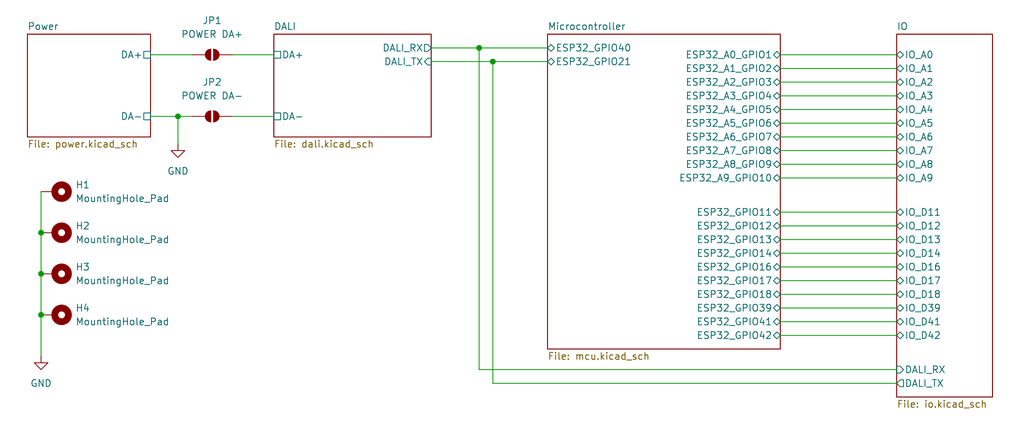
<source format=kicad_sch>
(kicad_sch (version 20250114) (generator "eeschema") (generator_version "9.0")
  (paper "User" 190 80)
  (lib_symbols
    (symbol "Jumper:SolderJumper_2_Open" (pin_numbers (hide yes)) (pin_names (offset 0) (hide yes)) (in_bom no)
      (property "Reference" "JP" (at 0 2.032 0))
      (property "Value" "SolderJumper_2_Open" (at 0 -2.54 0))
      (symbol "SolderJumper_2_Open_0_1"
        (polyline (pts (xy -0.254 1.016) (xy -0.254 -1.016)))
        (arc (start -0.254 -1.016) (mid -1.2656 0) (end -0.254 1.016))
        (arc (start -0.254 -1.016) (mid -1.2656 0) (end -0.254 1.016) (fill (type outline)))
        (arc (start 0.254 1.016) (mid 1.2656 0) (end 0.254 -1.016))
        (arc (start 0.254 1.016) (mid 1.2656 0) (end 0.254 -1.016) (fill (type outline)))
        (polyline (pts (xy 0.254 1.016) (xy 0.254 -1.016)))
      )
      (symbol "SolderJumper_2_Open_1_1"
        (pin passive line (at -3.81 0 0) (length 2.54) (name "A") (number "1"))
        (pin passive line (at 3.81 0 180) (length 2.54) (name "B") (number "2"))
      )
    )
    (symbol "Mechanical:MountingHole_Pad" (pin_numbers (hide yes)) (pin_names (offset 1.016) (hide yes)) (in_bom no)
      (property "Reference" "H" (at 0 6.35 0))
      (property "Value" "MountingHole_Pad" (at 0 4.445 0))
      (symbol "MountingHole_Pad_0_1"
        (circle (center 0 1.27) (radius 1.27) (stroke (width 1.27)))
      )
      (symbol "MountingHole_Pad_1_1"
        (pin input line (at 0 -2.54 90) (length 2.54) (name "1") (number "1"))
      )
    )
    (symbol "power:GND" (power) (pin_numbers (hide yes)) (pin_names (offset 0) (hide yes))
      (property "Value" "GND" (at 0 -3.81 0))
      (symbol "GND_0_1"
        (polyline (pts (xy 0 0) (xy 0 -1.27) (xy 1.27 -1.27) (xy 0 -2.54) (xy -1.27 -1.27) (xy 0 -1.27)))
      )
      (symbol "GND_1_1"
        (pin power_in line (at 0 0 270) (length 0) (name "~") (number "1"))
      )
    )
  )
  (junction (at 7.62 58.42))
  (junction (at 88.9 8.89))
  (junction (at 33.02 21.59))
  (junction (at 7.62 50.8))
  (junction (at 7.62 43.18))
  (junction (at 91.44 11.43))
  (wire (pts (xy 144.78 59.69) (xy 166.37 59.69)))
  (wire (pts (xy 144.78 49.53) (xy 166.37 49.53)))
  (wire (pts (xy 7.62 35.56) (xy 7.62 43.18)))
  (wire (pts (xy 91.44 71.12) (xy 166.37 71.12)))
  (wire (pts (xy 144.78 54.61) (xy 166.37 54.61)))
  (wire (pts (xy 7.62 43.18) (xy 7.62 50.8)))
  (wire (pts (xy 144.78 15.24) (xy 166.37 15.24)))
  (wire (pts (xy 144.78 57.15) (xy 166.37 57.15)))
  (wire (pts (xy 7.62 58.42) (xy 7.62 66.04)))
  (wire (pts (xy 88.9 68.58) (xy 166.37 68.58)))
  (wire (pts (xy 144.78 12.7) (xy 166.37 12.7)))
  (wire (pts (xy 91.44 11.43) (xy 101.6 11.43)))
  (wire (pts (xy 88.9 8.89) (xy 88.9 68.58)))
  (wire (pts (xy 144.78 41.91) (xy 166.37 41.91)))
  (wire (pts (xy 144.78 10.16) (xy 166.37 10.16)))
  (wire (pts (xy 80.01 11.43) (xy 91.44 11.43)))
  (wire (pts (xy 144.78 39.37) (xy 166.37 39.37)))
  (wire (pts (xy 27.94 21.59) (xy 33.02 21.59)))
  (wire (pts (xy 144.78 52.07) (xy 166.37 52.07)))
  (wire (pts (xy 144.78 46.99) (xy 166.37 46.99)))
  (wire (pts (xy 144.78 25.4) (xy 166.37 25.4)))
  (wire (pts (xy 144.78 20.32) (xy 166.37 20.32)))
  (wire (pts (xy 144.78 62.23) (xy 166.37 62.23)))
  (wire (pts (xy 33.02 21.59) (xy 33.02 26.67)))
  (wire (pts (xy 91.44 11.43) (xy 91.44 71.12)))
  (wire (pts (xy 80.01 8.89) (xy 88.9 8.89)))
  (wire (pts (xy 144.78 17.78) (xy 166.37 17.78)))
  (wire (pts (xy 144.78 22.86) (xy 166.37 22.86)))
  (wire (pts (xy 144.78 33.02) (xy 166.37 33.02)))
  (wire (pts (xy 88.9 8.89) (xy 101.6 8.89)))
  (wire (pts (xy 144.78 44.45) (xy 166.37 44.45)))
  (wire (pts (xy 43.18 21.59) (xy 50.8 21.59)))
  (wire (pts (xy 144.78 27.94) (xy 166.37 27.94)))
  (wire (pts (xy 7.62 50.8) (xy 7.62 58.42)))
  (wire (pts (xy 27.94 10.16) (xy 35.56 10.16)))
  (wire (pts (xy 43.18 10.16) (xy 50.8 10.16)))
  (wire (pts (xy 33.02 21.59) (xy 35.56 21.59)))
  (wire (pts (xy 144.78 30.48) (xy 166.37 30.48)))
  (symbol (lib_id "power:GND") (at 7.62 66.04 0) (unit 1)
    (property "Reference" "#PWR089" (effects (hide yes)))
    (property "Value" "GND" (at 7.62 71.12 0))
    (property "Description" "Power symbol creates a global label with name \"GND\" , ground" (effects (hide yes)))
  )
  (symbol (lib_id "Mechanical:MountingHole_Pad") (at 10.16 35.56 270) (unit 1) (in_bom no)
    (property "Reference" "H1" (at 13.97 34.2899 90) (effects (justify left)))
    (property "Value" "MountingHole_Pad" (at 13.97 36.8299 90) (effects (justify left)))
    (property "Footprint" "MountingHole:MountingHole_3.2mm_M3_Pad" (effects (hide yes)))
    (property "Description" "Mounting Hole with connection" (effects (hide yes)))
  )
  (symbol (lib_id "Mechanical:MountingHole_Pad") (at 10.16 50.8 270) (unit 1) (in_bom no)
    (property "Reference" "H3" (at 13.97 49.5299 90) (effects (justify left)))
    (property "Value" "MountingHole_Pad" (at 13.97 52.0699 90) (effects (justify left)))
    (property "Footprint" "MountingHole:MountingHole_3.2mm_M3_Pad" (effects (hide yes)))
    (property "Description" "Mounting Hole with connection" (effects (hide yes)))
  )
  (symbol (lib_id "power:GND") (at 33.02 26.67 0) (unit 1)
    (property "Reference" "#PWR08" (effects (hide yes)))
    (property "Value" "GND" (at 33.02 31.75 0))
    (property "Description" "Power symbol creates a global label with name \"GND\" , ground" (effects (hide yes)))
  )
  (symbol (lib_id "Mechanical:MountingHole_Pad") (at 10.16 43.18 270) (unit 1) (in_bom no)
    (property "Reference" "H2" (at 13.97 41.9099 90) (effects (justify left)))
    (property "Value" "MountingHole_Pad" (at 13.97 44.4499 90) (effects (justify left)))
    (property "Footprint" "MountingHole:MountingHole_3.2mm_M3_Pad" (effects (hide yes)))
    (property "Description" "Mounting Hole with connection" (effects (hide yes)))
  )
  (symbol (lib_id "Jumper:SolderJumper_2_Open") (at 39.37 21.59 0) (unit 1) (in_bom no)
    (property "Reference" "JP2" (at 39.37 15.24 0))
    (property "Value" "POWER DA-" (at 39.37 17.78 0))
    (property "Footprint" "Jumper:SolderJumper-2_P1.3mm_Open_RoundedPad1.0x1.5mm" (effects (hide yes)))
    (property "Description" "Solder Jumper, 2-pole, open" (effects (hide yes)))
  )
  (symbol (lib_id "Jumper:SolderJumper_2_Open") (at 39.37 10.16 180) (unit 1) (in_bom no)
    (property "Reference" "JP1" (at 39.37 3.81 0))
    (property "Value" "POWER DA+" (at 39.37 6.35 0))
    (property "Footprint" "Jumper:SolderJumper-2_P1.3mm_Open_RoundedPad1.0x1.5mm" (effects (hide yes)))
    (property "Description" "Solder Jumper, 2-pole, open" (effects (hide yes)))
  )
  (symbol (lib_id "Mechanical:MountingHole_Pad") (at 10.16 58.42 270) (unit 1) (in_bom no)
    (property "Reference" "H4" (at 13.97 57.1499 90) (effects (justify left)))
    (property "Value" "MountingHole_Pad" (at 13.97 59.6899 90) (effects (justify left)))
    (property "Footprint" "MountingHole:MountingHole_3.2mm_M3_Pad" (effects (hide yes)))
    (property "Description" "Mounting Hole with connection" (effects (hide yes)))
  )
  (sheet (at 166.37 6.35) (size 17.78 67.31) (stroke (width 0.1524))
    (property "Sheetname" "IO" (at 166.37 5.6384 0) (effects (justify left bottom)))
    (property "Sheetfile" "io.kicad_sch" (at 166.37 74.2446 0) (effects (justify left top)))
    (pin "IO_A0" bidirectional (at 166.37 10.16 180))
    (pin "IO_A1" bidirectional (at 166.37 12.7 180))
    (pin "IO_A2" bidirectional (at 166.37 15.24 180))
    (pin "IO_A3" bidirectional (at 166.37 17.78 180))
    (pin "IO_A4" bidirectional (at 166.37 20.32 180))
    (pin "IO_A5" bidirectional (at 166.37 22.86 180))
    (pin "IO_A6" bidirectional (at 166.37 25.4 180))
    (pin "IO_A7" bidirectional (at 166.37 27.94 180))
    (pin "IO_A8" bidirectional (at 166.37 30.48 180))
    (pin "IO_A9" bidirectional (at 166.37 33.02 180))
    (pin "IO_D11" bidirectional (at 166.37 39.37 180))
    (pin "IO_D12" bidirectional (at 166.37 41.91 180))
    (pin "IO_D13" bidirectional (at 166.37 44.45 180))
    (pin "IO_D14" bidirectional (at 166.37 46.99 180))
    (pin "IO_D16" bidirectional (at 166.37 49.53 180))
    (pin "IO_D17" bidirectional (at 166.37 52.07 180))
    (pin "IO_D18" bidirectional (at 166.37 54.61 180))
    (pin "IO_D39" bidirectional (at 166.37 57.15 180))
    (pin "DALI_RX" input (at 166.37 68.58 180))
    (pin "DALI_TX" output (at 166.37 71.12 180))
    (pin "IO_D41" bidirectional (at 166.37 59.69 180))
    (pin "IO_D42" bidirectional (at 166.37 62.23 180))
  )
  (sheet (at 101.6 6.35) (size 43.18 58.42) (stroke (width 0.1524))
    (property "Sheetname" "Microcontroller" (at 101.6 5.6384 0) (effects (justify left bottom)))
    (property "Sheetfile" "mcu.kicad_sch" (at 101.6 65.3546 0) (effects (justify left top)))
    (pin "ESP32_A0_GPIO1" bidirectional (at 144.78 10.16 0))
    (pin "ESP32_A1_GPIO2" bidirectional (at 144.78 12.7 0))
    (pin "ESP32_A2_GPIO3" bidirectional (at 144.78 15.24 0))
    (pin "ESP32_A3_GPIO4" bidirectional (at 144.78 17.78 0))
    (pin "ESP32_A4_GPIO5" bidirectional (at 144.78 20.32 0))
    (pin "ESP32_A5_GPIO6" bidirectional (at 144.78 22.86 0))
    (pin "ESP32_A6_GPIO7" bidirectional (at 144.78 25.4 0))
    (pin "ESP32_A7_GPIO8" bidirectional (at 144.78 27.94 0))
    (pin "ESP32_A8_GPIO9" bidirectional (at 144.78 30.48 0))
    (pin "ESP32_A9_GPIO10" bidirectional (at 144.78 33.02 0))
    (pin "ESP32_GPIO11" bidirectional (at 144.78 39.37 0))
    (pin "ESP32_GPIO12" bidirectional (at 144.78 41.91 0))
    (pin "ESP32_GPIO13" bidirectional (at 144.78 44.45 0))
    (pin "ESP32_GPIO14" bidirectional (at 144.78 46.99 0))
    (pin "ESP32_GPIO16" bidirectional (at 144.78 49.53 0))
    (pin "ESP32_GPIO17" bidirectional (at 144.78 52.07 0))
    (pin "ESP32_GPIO18" bidirectional (at 144.78 54.61 0))
    (pin "ESP32_GPIO21" bidirectional (at 101.6 11.43 180))
    (pin "ESP32_GPIO39" bidirectional (at 144.78 57.15 0))
    (pin "ESP32_GPIO40" bidirectional (at 101.6 8.89 180))
    (pin "ESP32_GPIO41" bidirectional (at 144.78 59.69 0))
    (pin "ESP32_GPIO42" bidirectional (at 144.78 62.23 0))
  )
  (sheet (at 5.08 6.35) (size 22.86 19.05) (stroke (width 0.1524))
    (property "Sheetname" "Power" (at 5.08 5.6384 0) (effects (justify left bottom)))
    (property "Sheetfile" "power.kicad_sch" (at 5.08 25.9846 0) (effects (justify left top)))
    (pin "DA+" passive (at 27.94 10.16 0))
    (pin "DA-" passive (at 27.94 21.59 0))
  )
  (sheet (at 50.8 6.35) (size 29.21 19.05) (stroke (width 0.1524))
    (property "Sheetname" "DALI" (at 50.8 5.6384 0) (effects (justify left bottom)))
    (property "Sheetfile" "dali.kicad_sch" (at 50.8 25.9846 0) (effects (justify left top)))
    (pin "DA+" passive (at 50.8 10.16 180))
    (pin "DA-" passive (at 50.8 21.59 180))
    (pin "DALI_RX" output (at 80.01 8.89 0))
    (pin "DALI_TX" input (at 80.01 11.43 0))
  )
)
</source>
